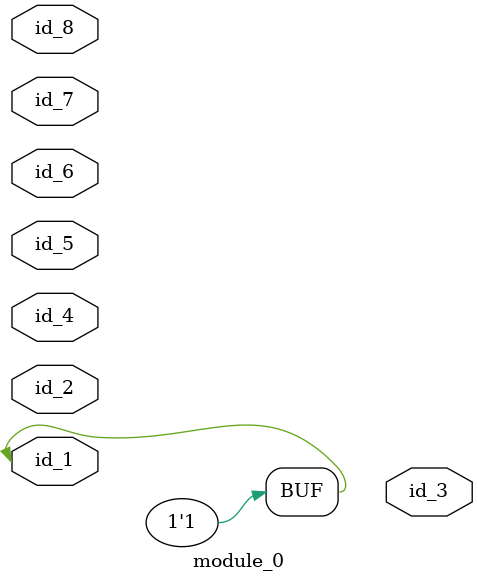
<source format=v>
module module_0 (
    id_1,
    id_2,
    id_3,
    id_4,
    id_5,
    id_6,
    id_7,
    id_8
);
  inout id_8;
  input id_7;
  inout id_6;
  inout id_5;
  inout id_4;
  output id_3;
  inout id_2;
  inout id_1;
  always @(id_2)
    if (1) id_1 <= 1;
    else begin
      id_3 <= 1 - id_4 & 1;
      id_2 <= 1;
    end
endmodule

</source>
